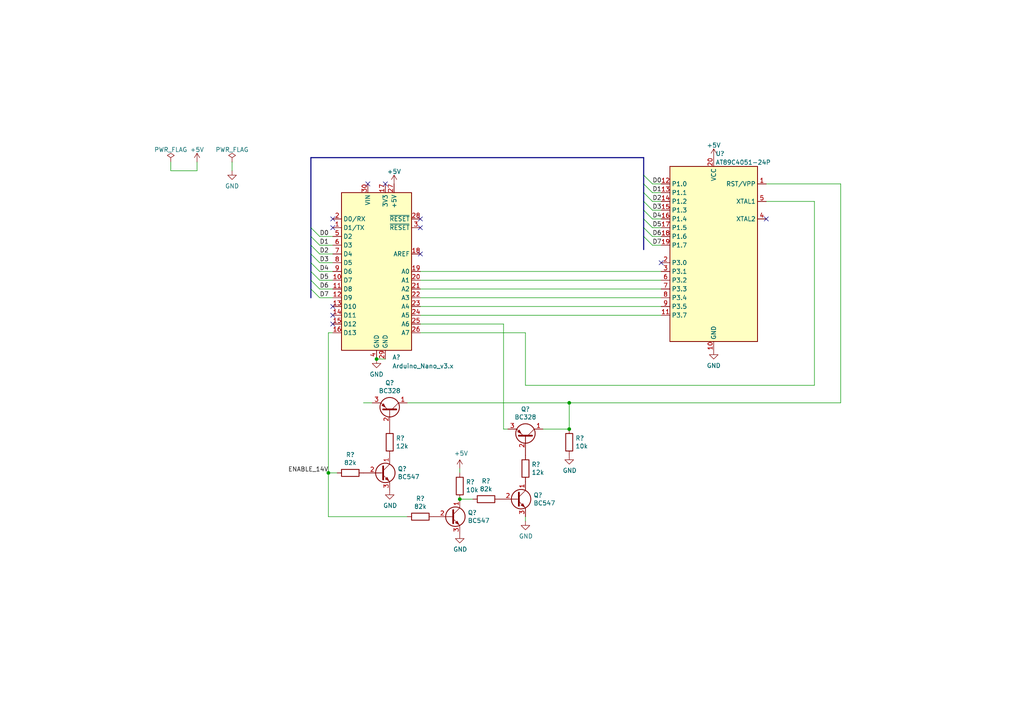
<source format=kicad_sch>
(kicad_sch (version 20211123) (generator eeschema)
  (paper "A4")
  (lib_symbols
    (symbol "Device:R" (pin_numbers hide) (pin_names (offset 0))
      (property "Reference" "R" (at 2.032 0 90))
      (property "Value" "R" (at 0 0 90))
      (symbol "R_0_1"
        (rectangle (start -1.016 -2.54) (end 1.016 2.54) (stroke (width 0.254)))
      )
      (symbol "R_1_1"
        (pin passive line (at 0 3.81 270) (length 1.27) (name "~") (number "1"))
        (pin passive line (at 0 -3.81 90) (length 1.27) (name "~") (number "2"))
      )
    )
    (symbol "MCU_Microchip_8051:AT89C4051-24P"
      (property "Reference" "U" (at -12.7 26.67 0))
      (property "Value" "AT89C4051-24P" (at 2.54 -26.67 0))
      (symbol "AT89C4051-24P_0_1"
        (rectangle (start -12.7 -25.4) (end 12.7 25.4) (stroke (width 0.254)) (fill (type background)))
      )
      (symbol "AT89C4051-24P_1_1"
        (pin input line (at -15.24 20.32 0) (length 2.54) (name "RST/VPP") (number "1"))
        (pin power_in line (at 0 -27.94 90) (length 2.54) (name "GND") (number "10"))
        (pin bidirectional line (at 15.24 -17.78 180) (length 2.54) (name "P3.7") (number "11"))
        (pin bidirectional line (at 15.24 20.32 180) (length 2.54) (name "P1.0") (number "12"))
        (pin bidirectional line (at 15.24 17.78 180) (length 2.54) (name "P1.1") (number "13"))
        (pin bidirectional line (at 15.24 15.24 180) (length 2.54) (name "P1.2") (number "14"))
        (pin bidirectional line (at 15.24 12.7 180) (length 2.54) (name "P1.3") (number "15"))
        (pin bidirectional line (at 15.24 10.16 180) (length 2.54) (name "P1.4") (number "16"))
        (pin bidirectional line (at 15.24 7.62 180) (length 2.54) (name "P1.5") (number "17"))
        (pin bidirectional line (at 15.24 5.08 180) (length 2.54) (name "P1.6") (number "18"))
        (pin bidirectional line (at 15.24 2.54 180) (length 2.54) (name "P1.7") (number "19"))
        (pin bidirectional line (at 15.24 -2.54 180) (length 2.54) (name "P3.0") (number "2"))
        (pin power_in line (at 0 27.94 270) (length 2.54) (name "VCC") (number "20"))
        (pin bidirectional line (at 15.24 -5.08 180) (length 2.54) (name "P3.1") (number "3"))
        (pin output line (at -15.24 10.16 0) (length 2.54) (name "XTAL2") (number "4"))
        (pin input line (at -15.24 15.24 0) (length 2.54) (name "XTAL1") (number "5"))
        (pin bidirectional line (at 15.24 -7.62 180) (length 2.54) (name "P3.2") (number "6"))
        (pin bidirectional line (at 15.24 -10.16 180) (length 2.54) (name "P3.3") (number "7"))
        (pin bidirectional line (at 15.24 -12.7 180) (length 2.54) (name "P3.4") (number "8"))
        (pin bidirectional line (at 15.24 -15.24 180) (length 2.54) (name "P3.5") (number "9"))
      )
    )
    (symbol "MCU_Module:Arduino_Nano_v3.x"
      (property "Reference" "A" (at -10.16 23.495 0))
      (property "Value" "Arduino_Nano_v3.x" (at 5.08 -24.13 0))
      (symbol "Arduino_Nano_v3.x_0_1"
        (rectangle (start -10.16 22.86) (end 10.16 -22.86) (stroke (width 0.254)) (fill (type background)))
      )
      (symbol "Arduino_Nano_v3.x_1_1"
        (pin bidirectional line (at -12.7 12.7 0) (length 2.54) (name "D1/TX") (number "1"))
        (pin bidirectional line (at -12.7 -2.54 0) (length 2.54) (name "D7") (number "10"))
        (pin bidirectional line (at -12.7 -5.08 0) (length 2.54) (name "D8") (number "11"))
        (pin bidirectional line (at -12.7 -7.62 0) (length 2.54) (name "D9") (number "12"))
        (pin bidirectional line (at -12.7 -10.16 0) (length 2.54) (name "D10") (number "13"))
        (pin bidirectional line (at -12.7 -12.7 0) (length 2.54) (name "D11") (number "14"))
        (pin bidirectional line (at -12.7 -15.24 0) (length 2.54) (name "D12") (number "15"))
        (pin bidirectional line (at -12.7 -17.78 0) (length 2.54) (name "D13") (number "16"))
        (pin power_out line (at 2.54 25.4 270) (length 2.54) (name "3V3") (number "17"))
        (pin input line (at 12.7 5.08 180) (length 2.54) (name "AREF") (number "18"))
        (pin bidirectional line (at 12.7 0 180) (length 2.54) (name "A0") (number "19"))
        (pin bidirectional line (at -12.7 15.24 0) (length 2.54) (name "D0/RX") (number "2"))
        (pin bidirectional line (at 12.7 -2.54 180) (length 2.54) (name "A1") (number "20"))
        (pin bidirectional line (at 12.7 -5.08 180) (length 2.54) (name "A2") (number "21"))
        (pin bidirectional line (at 12.7 -7.62 180) (length 2.54) (name "A3") (number "22"))
        (pin bidirectional line (at 12.7 -10.16 180) (length 2.54) (name "A4") (number "23"))
        (pin bidirectional line (at 12.7 -12.7 180) (length 2.54) (name "A5") (number "24"))
        (pin bidirectional line (at 12.7 -15.24 180) (length 2.54) (name "A6") (number "25"))
        (pin bidirectional line (at 12.7 -17.78 180) (length 2.54) (name "A7") (number "26"))
        (pin power_out line (at 5.08 25.4 270) (length 2.54) (name "+5V") (number "27"))
        (pin input line (at 12.7 15.24 180) (length 2.54) (name "~{RESET}") (number "28"))
        (pin power_in line (at 2.54 -25.4 90) (length 2.54) (name "GND") (number "29"))
        (pin input line (at 12.7 12.7 180) (length 2.54) (name "~{RESET}") (number "3"))
        (pin power_in line (at -2.54 25.4 270) (length 2.54) (name "VIN") (number "30"))
        (pin power_in line (at 0 -25.4 90) (length 2.54) (name "GND") (number "4"))
        (pin bidirectional line (at -12.7 10.16 0) (length 2.54) (name "D2") (number "5"))
        (pin bidirectional line (at -12.7 7.62 0) (length 2.54) (name "D3") (number "6"))
        (pin bidirectional line (at -12.7 5.08 0) (length 2.54) (name "D4") (number "7"))
        (pin bidirectional line (at -12.7 2.54 0) (length 2.54) (name "D5") (number "8"))
        (pin bidirectional line (at -12.7 0 0) (length 2.54) (name "D6") (number "9"))
      )
    )
    (symbol "Transistor_BJT:BC328" (pin_names (offset 0) hide)
      (property "Reference" "Q" (at 5.08 1.905 0))
      (property "Value" "BC328" (at 5.08 0 0))
      (symbol "BC328_0_1"
        (polyline (pts (xy 0.635 0.635) (xy 2.54 2.54)))
        (polyline (pts (xy 0.635 -0.635) (xy 2.54 -2.54) (xy 2.54 -2.54)))
        (polyline (pts (xy 0.635 1.905) (xy 0.635 -1.905) (xy 0.635 -1.905)) (stroke (width 0.508)))
        (polyline (pts (xy 2.286 -1.778) (xy 1.778 -2.286) (xy 1.27 -1.27) (xy 2.286 -1.778) (xy 2.286 -1.778)) (fill (type outline)))
        (circle (center 1.27 0) (radius 2.8194) (stroke (width 0.254)))
      )
      (symbol "BC328_1_1"
        (pin passive line (at 2.54 5.08 270) (length 2.54) (name "C") (number "1"))
        (pin input line (at -5.08 0 0) (length 5.715) (name "B") (number "2"))
        (pin passive line (at 2.54 -5.08 90) (length 2.54) (name "E") (number "3"))
      )
    )
    (symbol "Transistor_BJT:BC547" (pin_names (offset 0) hide)
      (property "Reference" "Q" (at 5.08 1.905 0))
      (property "Value" "BC547" (at 5.08 0 0))
      (symbol "BC547_0_1"
        (polyline (pts (xy 0 0) (xy 0.635 0)))
        (polyline (pts (xy 0.635 0.635) (xy 2.54 2.54)))
        (polyline (pts (xy 0.635 -0.635) (xy 2.54 -2.54) (xy 2.54 -2.54)))
        (polyline (pts (xy 0.635 1.905) (xy 0.635 -1.905) (xy 0.635 -1.905)) (stroke (width 0.508)))
        (polyline (pts (xy 1.27 -1.778) (xy 1.778 -1.27) (xy 2.286 -2.286) (xy 1.27 -1.778) (xy 1.27 -1.778)) (fill (type outline)))
        (circle (center 1.27 0) (radius 2.8194) (stroke (width 0.254)))
      )
      (symbol "BC547_1_1"
        (pin passive line (at 2.54 5.08 270) (length 2.54) (name "C") (number "1"))
        (pin input line (at -5.08 0 0) (length 5.08) (name "B") (number "2"))
        (pin passive line (at 2.54 -5.08 90) (length 2.54) (name "E") (number "3"))
      )
    )
    (symbol "power:+5V" (power) (pin_names (offset 0))
      (property "Value" "+5V" (at 0 3.556 0))
      (symbol "+5V_0_1"
        (polyline (pts (xy -0.762 1.27) (xy 0 2.54)))
        (polyline (pts (xy 0 0) (xy 0 2.54)))
        (polyline (pts (xy 0 2.54) (xy 0.762 1.27)))
      )
      (symbol "+5V_1_1"
        (pin power_in line (at 0 0 90) (length 0) hide (name "+5V") (number "1"))
      )
    )
    (symbol "power:GND" (power) (pin_names (offset 0))
      (property "Value" "GND" (at 0 -3.81 0))
      (symbol "GND_0_1"
        (polyline (pts (xy 0 0) (xy 0 -1.27) (xy 1.27 -1.27) (xy 0 -2.54) (xy -1.27 -1.27) (xy 0 -1.27)))
      )
      (symbol "GND_1_1"
        (pin power_in line (at 0 0 270) (length 0) hide (name "GND") (number "1"))
      )
    )
    (symbol "power:PWR_FLAG" (power) (pin_numbers hide) (pin_names (offset 0) hide)
      (property "Value" "PWR_FLAG" (at 0 3.81 0))
      (symbol "PWR_FLAG_0_0"
        (pin power_out line (at 0 0 90) (length 0) (name "pwr") (number "1"))
      )
      (symbol "PWR_FLAG_0_1"
        (polyline (pts (xy 0 0) (xy 0 1.27) (xy -1.016 1.905) (xy 0 2.54) (xy 1.016 1.905) (xy 0 1.27)))
      )
    )
  )
  (junction (at 165.1 116.84))
  (junction (at 109.22 104.14))
  (junction (at 133.35 144.78))
  (junction (at 95.25 137.16))
  (junction (at 165.1 124.46))
  (no_connect (at 121.92 63.5))
  (no_connect (at 222.25 63.5))
  (no_connect (at 106.68 53.34))
  (no_connect (at 111.76 53.34))
  (no_connect (at 191.77 76.2))
  (no_connect (at 96.52 88.9))
  (no_connect (at 96.52 91.44))
  (no_connect (at 96.52 93.98))
  (no_connect (at 121.92 66.04))
  (no_connect (at 121.92 73.66))
  (no_connect (at 96.52 63.5))
  (no_connect (at 96.52 66.04))
  (bus_entry (at 90.17 78.74) (size 2.54 2.54))
  (bus_entry (at 90.17 81.28) (size 2.54 2.54))
  (bus_entry (at 90.17 71.12) (size 2.54 2.54))
  (bus_entry (at 90.17 73.66) (size 2.54 2.54))
  (bus_entry (at 90.17 76.2) (size 2.54 2.54))
  (bus_entry (at 90.17 66.04) (size 2.54 2.54))
  (bus_entry (at 90.17 68.58) (size 2.54 2.54))
  (bus_entry (at 90.17 83.82) (size 2.54 2.54))
  (bus_entry (at 186.69 58.42) (size 2.54 2.54))
  (bus_entry (at 186.69 60.96) (size 2.54 2.54))
  (bus_entry (at 186.69 63.5) (size 2.54 2.54))
  (bus_entry (at 186.69 53.34) (size 2.54 2.54))
  (bus_entry (at 186.69 50.8) (size 2.54 2.54))
  (bus_entry (at 186.69 55.88) (size 2.54 2.54))
  (bus_entry (at 186.69 68.58) (size 2.54 2.54))
  (bus_entry (at 186.69 66.04) (size 2.54 2.54))
  (wire (pts (xy 236.22 111.76) (xy 236.22 58.42)))
  (wire (pts (xy 121.92 78.74) (xy 191.77 78.74)))
  (wire (pts (xy 236.22 58.42) (xy 222.25 58.42)))
  (wire (pts (xy 165.1 116.84) (xy 243.84 116.84)))
  (bus (pts (xy 90.17 73.66) (xy 90.17 71.12)))
  (wire (pts (xy 121.92 93.98) (xy 146.05 93.98)))
  (bus (pts (xy 186.69 58.42) (xy 186.69 60.96)))
  (bus (pts (xy 186.69 68.58) (xy 186.69 72.39)))
  (wire (pts (xy 95.25 137.16) (xy 95.25 96.52)))
  (wire (pts (xy 92.71 73.66) (xy 96.52 73.66)))
  (wire (pts (xy 243.84 53.34) (xy 222.25 53.34)))
  (wire (pts (xy 92.71 68.58) (xy 96.52 68.58)))
  (wire (pts (xy 147.32 124.46) (xy 146.05 124.46)))
  (wire (pts (xy 121.92 86.36) (xy 191.77 86.36)))
  (bus (pts (xy 186.69 60.96) (xy 186.69 63.5)))
  (wire (pts (xy 67.31 46.99) (xy 67.31 49.53)))
  (bus (pts (xy 90.17 86.36) (xy 90.17 83.82)))
  (wire (pts (xy 137.16 144.78) (xy 133.35 144.78)))
  (bus (pts (xy 186.69 63.5) (xy 186.69 66.04)))
  (wire (pts (xy 121.92 96.52) (xy 152.4 96.52)))
  (bus (pts (xy 90.17 78.74) (xy 90.17 76.2)))
  (wire (pts (xy 189.23 63.5) (xy 191.77 63.5)))
  (wire (pts (xy 189.23 53.34) (xy 191.77 53.34)))
  (bus (pts (xy 186.69 50.8) (xy 186.69 53.34)))
  (wire (pts (xy 95.25 96.52) (xy 96.52 96.52)))
  (wire (pts (xy 92.71 81.28) (xy 96.52 81.28)))
  (bus (pts (xy 186.69 53.34) (xy 186.69 55.88)))
  (wire (pts (xy 92.71 86.36) (xy 96.52 86.36)))
  (wire (pts (xy 189.23 68.58) (xy 191.77 68.58)))
  (wire (pts (xy 121.92 83.82) (xy 191.77 83.82)))
  (wire (pts (xy 152.4 96.52) (xy 152.4 111.76)))
  (wire (pts (xy 165.1 116.84) (xy 165.1 124.46)))
  (bus (pts (xy 90.17 83.82) (xy 90.17 81.28)))
  (wire (pts (xy 189.23 71.12) (xy 191.77 71.12)))
  (wire (pts (xy 95.25 137.16) (xy 97.79 137.16)))
  (wire (pts (xy 118.11 149.86) (xy 95.25 149.86)))
  (bus (pts (xy 90.17 76.2) (xy 90.17 73.66)))
  (bus (pts (xy 186.69 66.04) (xy 186.69 68.58)))
  (bus (pts (xy 186.69 45.72) (xy 186.69 50.8)))
  (wire (pts (xy 189.23 58.42) (xy 191.77 58.42)))
  (wire (pts (xy 146.05 93.98) (xy 146.05 124.46)))
  (wire (pts (xy 49.53 49.53) (xy 57.15 49.53)))
  (wire (pts (xy 121.92 81.28) (xy 191.77 81.28)))
  (wire (pts (xy 92.71 83.82) (xy 96.52 83.82)))
  (wire (pts (xy 189.23 60.96) (xy 191.77 60.96)))
  (wire (pts (xy 109.22 104.14) (xy 111.76 104.14)))
  (wire (pts (xy 121.92 91.44) (xy 191.77 91.44)))
  (bus (pts (xy 90.17 81.28) (xy 90.17 78.74)))
  (bus (pts (xy 90.17 71.12) (xy 90.17 68.58)))
  (wire (pts (xy 92.71 76.2) (xy 96.52 76.2)))
  (wire (pts (xy 152.4 111.76) (xy 236.22 111.76)))
  (wire (pts (xy 189.23 66.04) (xy 191.77 66.04)))
  (wire (pts (xy 92.71 78.74) (xy 96.52 78.74)))
  (wire (pts (xy 165.1 124.46) (xy 157.48 124.46)))
  (wire (pts (xy 133.35 135.89) (xy 133.35 137.16)))
  (wire (pts (xy 95.25 149.86) (xy 95.25 137.16)))
  (wire (pts (xy 152.4 149.86) (xy 152.4 151.13)))
  (wire (pts (xy 92.71 71.12) (xy 96.52 71.12)))
  (wire (pts (xy 57.15 46.99) (xy 57.15 49.53)))
  (bus (pts (xy 90.17 45.72) (xy 186.69 45.72)))
  (bus (pts (xy 186.69 55.88) (xy 186.69 58.42)))
  (bus (pts (xy 90.17 66.04) (xy 90.17 45.72)))
  (wire (pts (xy 49.53 46.99) (xy 49.53 49.53)))
  (bus (pts (xy 90.17 68.58) (xy 90.17 66.04)))
  (wire (pts (xy 118.11 116.84) (xy 165.1 116.84)))
  (wire (pts (xy 121.92 88.9) (xy 191.77 88.9)))
  (wire (pts (xy 105.41 116.84) (xy 107.95 116.84)))
  (wire (pts (xy 243.84 116.84) (xy 243.84 53.34)))
  (wire (pts (xy 189.23 55.88) (xy 191.77 55.88)))
  (label "D6" (at 92.71 83.82 0))
  (label "D6" (at 189.23 68.58 0))
  (label "D2" (at 189.23 58.42 0))
  (label "D0" (at 92.71 68.58 0))
  (label "D0" (at 189.23 53.34 0))
  (label "D7" (at 92.71 86.36 0))
  (label "D4" (at 189.23 63.5 0))
  (label "D4" (at 92.71 78.74 0))
  (label "D3" (at 189.23 60.96 0))
  (label "ENABLE_14V" (at 95.25 137.16 180))
  (label "D1" (at 189.23 55.88 0))
  (label "D5" (at 189.23 66.04 0))
  (label "D5" (at 92.71 81.28 0))
  (label "D7" (at 189.23 71.12 0))
  (label "D3" (at 92.71 76.2 0))
  (label "D2" (at 92.71 73.66 0))
  (label "D1" (at 92.71 71.12 0))
  (symbol (lib_id "Device:R") (at 165.1 128.27 0) (unit 1)
    (property "Reference" "R?" (at 166.878 127.1016 0) (effects (justify left)))
    (property "Value" "10k" (at 166.878 129.413 0) (effects (justify left)))
    (property "Footprint" "Resistor_THT:R_Axial_DIN0207_L6.3mm_D2.5mm_P7.62mm_Horizontal" (effects hide))
  )
  (symbol (lib_id "Transistor_BJT:BC328") (at 113.03 119.38 270) (mirror x) (unit 1)
    (property "Reference" "Q?" (at 113.03 111.0488 90))
    (property "Value" "BC328" (at 113.03 113.3602 90))
    (property "Footprint" "Package_TO_SOT_THT:TO-92_Inline" (effects hide))
    (property "Datasheet" "http://www.redrok.com/PNP_BC327_-45V_-800mA_0.625W_Hfe100_TO-92.pdf" (effects hide))
  )
  (symbol (lib_id "power:PWR_FLAG") (at 49.53 46.99 0) (unit 1)
    (property "Reference" "#FLG?" (effects hide))
    (property "Value" "PWR_FLAG" (at 49.53 43.4142 0))
  )
  (symbol (lib_id "power:+5V") (at 57.15 46.99 0) (unit 1)
    (property "Reference" "#PWR?" (effects hide))
    (property "Value" "+5V" (at 57.15 43.4142 0))
  )
  (symbol (lib_id "power:PWR_FLAG") (at 67.31 46.99 0) (unit 1)
    (property "Reference" "#FLG?" (effects hide))
    (property "Value" "PWR_FLAG" (at 67.31 43.4142 0))
  )
  (symbol (lib_id "Transistor_BJT:BC547") (at 130.81 149.86 0) (unit 1)
    (property "Reference" "Q?" (at 135.6614 148.6916 0) (effects (justify left)))
    (property "Value" "BC547" (at 135.6614 151.003 0) (effects (justify left)))
    (property "Footprint" "Package_TO_SOT_THT:TO-92_Inline" (effects hide))
    (property "Datasheet" "http://www.fairchildsemi.com/ds/BC/BC547.pdf" (effects hide))
  )
  (symbol (lib_id "Device:R") (at 152.4 135.89 0) (unit 1)
    (property "Reference" "R?" (at 154.178 134.7216 0) (effects (justify left)))
    (property "Value" "12k" (at 154.178 137.033 0) (effects (justify left)))
    (property "Footprint" "Resistor_THT:R_Axial_DIN0207_L6.3mm_D2.5mm_P7.62mm_Horizontal" (effects hide))
  )
  (symbol (lib_id "Transistor_BJT:BC328") (at 152.4 127 270) (mirror x) (unit 1)
    (property "Reference" "Q?" (at 152.4 118.6688 90))
    (property "Value" "BC328" (at 152.4 120.9802 90))
    (property "Footprint" "Package_TO_SOT_THT:TO-92_Inline" (effects hide))
    (property "Datasheet" "http://www.redrok.com/PNP_BC327_-45V_-800mA_0.625W_Hfe100_TO-92.pdf" (effects hide))
  )
  (symbol (lib_id "Device:R") (at 113.03 128.27 0) (unit 1)
    (property "Reference" "R?" (at 114.808 127.1016 0) (effects (justify left)))
    (property "Value" "12k" (at 114.808 129.413 0) (effects (justify left)))
    (property "Footprint" "Resistor_THT:R_Axial_DIN0207_L6.3mm_D2.5mm_P7.62mm_Horizontal" (effects hide))
  )
  (symbol (lib_id "Device:R") (at 140.97 144.78 90) (unit 1)
    (property "Reference" "R?" (at 140.97 139.5222 90))
    (property "Value" "82k" (at 140.97 141.8336 90))
    (property "Footprint" "Resistor_THT:R_Axial_DIN0207_L6.3mm_D2.5mm_P7.62mm_Horizontal" (effects hide))
  )
  (symbol (lib_id "power:+5V") (at 133.35 135.89 0) (unit 1)
    (property "Reference" "#PWR?" (effects hide))
    (property "Value" "+5V" (at 133.731 131.4958 0))
  )
  (symbol (lib_id "power:GND") (at 207.01 101.6 0) (unit 1)
    (property "Reference" "#PWR?" (effects hide))
    (property "Value" "GND" (at 207.01 106.0434 0))
  )
  (symbol (lib_id "Transistor_BJT:BC547") (at 149.86 144.78 0) (unit 1)
    (property "Reference" "Q?" (at 154.7114 143.6116 0) (effects (justify left)))
    (property "Value" "BC547" (at 154.7114 145.923 0) (effects (justify left)))
    (property "Footprint" "Package_TO_SOT_THT:TO-92_Inline" (effects hide))
    (property "Datasheet" "http://www.fairchildsemi.com/ds/BC/BC547.pdf" (effects hide))
  )
  (symbol (lib_id "power:GND") (at 109.22 104.14 0) (unit 1)
    (property "Reference" "#PWR?" (effects hide))
    (property "Value" "GND" (at 109.22 108.5834 0))
  )
  (symbol (lib_id "Device:R") (at 101.6 137.16 90) (unit 1)
    (property "Reference" "R?" (at 101.6 131.9022 90))
    (property "Value" "82k" (at 101.6 134.2136 90))
    (property "Footprint" "Resistor_THT:R_Axial_DIN0207_L6.3mm_D2.5mm_P7.62mm_Horizontal" (effects hide))
  )
  (symbol (lib_id "MCU_Microchip_8051:AT89C4051-24P") (at 207.01 73.66 0) (mirror y) (unit 1)
    (property "Reference" "U?" (at 207.5306 44.5602 0) (effects (justify right)))
    (property "Value" "AT89C4051-24P" (at 207.5306 47.0971 0) (effects (justify right)))
    (property "Footprint" "Package_DIP:DIP-20_W7.62mm" (effects hide))
    (property "Datasheet" "http://ww1.microchip.com/downloads/en/DeviceDoc/doc1001.pdf" (effects hide))
  )
  (symbol (lib_id "Device:R") (at 121.92 149.86 90) (unit 1)
    (property "Reference" "R?" (at 121.92 144.6022 90))
    (property "Value" "82k" (at 121.92 146.9136 90))
    (property "Footprint" "Resistor_THT:R_Axial_DIN0207_L6.3mm_D2.5mm_P7.62mm_Horizontal" (effects hide))
  )
  (symbol (lib_id "power:GND") (at 165.1 132.08 0) (unit 1)
    (property "Reference" "#PWR?" (effects hide))
    (property "Value" "GND" (at 165.227 136.4742 0))
  )
  (symbol (lib_id "Transistor_BJT:BC547") (at 110.49 137.16 0) (unit 1)
    (property "Reference" "Q?" (at 115.3414 135.9916 0) (effects (justify left)))
    (property "Value" "BC547" (at 115.3414 138.303 0) (effects (justify left)))
    (property "Footprint" "Package_TO_SOT_THT:TO-92_Inline" (effects hide))
    (property "Datasheet" "http://www.fairchildsemi.com/ds/BC/BC547.pdf" (effects hide))
  )
  (symbol (lib_id "power:+5V") (at 114.3 53.34 0) (unit 1)
    (property "Reference" "#PWR?" (effects hide))
    (property "Value" "+5V" (at 114.3 49.7642 0))
  )
  (symbol (lib_id "power:GND") (at 133.35 154.94 0) (unit 1)
    (property "Reference" "#PWR?" (effects hide))
    (property "Value" "GND" (at 133.477 159.3342 0))
  )
  (symbol (lib_id "Device:R") (at 133.35 140.97 0) (unit 1)
    (property "Reference" "R?" (at 135.128 139.8016 0) (effects (justify left)))
    (property "Value" "10k" (at 135.128 142.113 0) (effects (justify left)))
    (property "Footprint" "Resistor_THT:R_Axial_DIN0207_L6.3mm_D2.5mm_P7.62mm_Horizontal" (effects hide))
  )
  (symbol (lib_id "power:GND") (at 113.03 142.24 0) (unit 1)
    (property "Reference" "#PWR?" (effects hide))
    (property "Value" "GND" (at 113.157 146.6342 0))
  )
  (symbol (lib_id "power:GND") (at 152.4 151.13 0) (unit 1)
    (property "Reference" "#PWR?" (effects hide))
    (property "Value" "GND" (at 152.527 155.5242 0))
  )
  (symbol (lib_id "power:GND") (at 67.31 49.53 0) (unit 1)
    (property "Reference" "#PWR?" (effects hide))
    (property "Value" "GND" (at 67.31 53.9734 0))
  )
  (symbol (lib_id "power:+5V") (at 207.01 45.72 0) (unit 1)
    (property "Reference" "#PWR?" (effects hide))
    (property "Value" "+5V" (at 207.01 42.1442 0))
  )
  (symbol (lib_id "MCU_Module:Arduino_Nano_v3.x") (at 109.22 78.74 0) (unit 1)
    (property "Reference" "A?" (at 113.7794 103.6304 0) (effects (justify left)))
    (property "Value" "Arduino_Nano_v3.x" (at 113.7794 106.1673 0) (effects (justify left)))
    (property "Footprint" "Module:Arduino_Nano" (effects hide))
    (property "Datasheet" "http://www.mouser.com/pdfdocs/Gravitech_Arduino_Nano3_0.pdf" (effects hide))
  )
)
</source>
